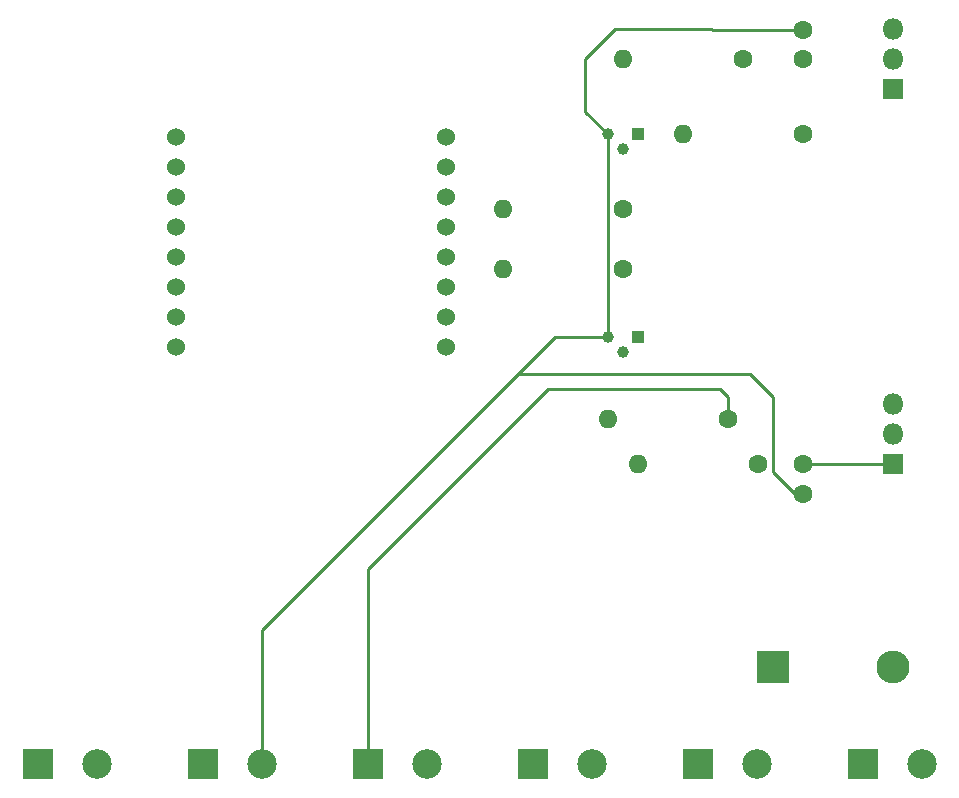
<source format=gbl>
G04 #@! TF.FileFunction,Copper,L2,Bot,Signal*
%FSLAX46Y46*%
G04 Gerber Fmt 4.6, Leading zero omitted, Abs format (unit mm)*
G04 Created by KiCad (PCBNEW 4.0.6) date 08/24/17 20:09:39*
%MOMM*%
%LPD*%
G01*
G04 APERTURE LIST*
%ADD10C,0.100000*%
%ADD11C,1.600000*%
%ADD12R,2.800000X2.800000*%
%ADD13O,2.800000X2.800000*%
%ADD14R,2.500000X2.500000*%
%ADD15C,2.500000*%
%ADD16C,1.000000*%
%ADD17R,1.000000X1.000000*%
%ADD18R,1.800000X1.800000*%
%ADD19O,1.800000X1.800000*%
%ADD20O,1.600000X1.600000*%
%ADD21C,1.524000*%
%ADD22C,0.250000*%
G04 APERTURE END LIST*
D10*
D11*
X152400000Y-97790000D03*
X152400000Y-100290000D03*
X152400000Y-63500000D03*
X152400000Y-61000000D03*
D12*
X149860000Y-114935000D03*
D13*
X160020000Y-114935000D03*
D14*
X87630000Y-123190000D03*
D15*
X92630000Y-123190000D03*
D14*
X101600000Y-123190000D03*
D15*
X106600000Y-123190000D03*
D14*
X115570000Y-123190000D03*
D15*
X120570000Y-123190000D03*
D14*
X129540000Y-123190000D03*
D15*
X134540000Y-123190000D03*
D14*
X143510000Y-123190000D03*
D15*
X148510000Y-123190000D03*
D14*
X157480000Y-123190000D03*
D15*
X162480000Y-123190000D03*
D16*
X137160000Y-88265000D03*
X135890000Y-86995000D03*
D17*
X138430000Y-86995000D03*
D16*
X137160000Y-71120000D03*
X135890000Y-69850000D03*
D17*
X138430000Y-69850000D03*
D18*
X160020000Y-97790000D03*
D19*
X160020000Y-95250000D03*
X160020000Y-92710000D03*
D18*
X160020000Y-66040000D03*
D19*
X160020000Y-63500000D03*
X160020000Y-60960000D03*
D11*
X137160000Y-81280000D03*
D20*
X127000000Y-81280000D03*
D11*
X137160000Y-76200000D03*
D20*
X127000000Y-76200000D03*
D11*
X146050000Y-93980000D03*
D20*
X135890000Y-93980000D03*
D11*
X152400000Y-69850000D03*
D20*
X142240000Y-69850000D03*
D11*
X148590000Y-97790000D03*
D20*
X138430000Y-97790000D03*
D11*
X147320000Y-63500000D03*
D20*
X137160000Y-63500000D03*
D21*
X122195001Y-70125001D03*
X122195001Y-72665001D03*
X122195001Y-75205001D03*
X122195001Y-77745001D03*
X122195001Y-80285001D03*
X122195001Y-82825001D03*
X122195001Y-85365001D03*
X122195001Y-87905001D03*
X99335001Y-70125001D03*
X99335001Y-72665001D03*
X99335001Y-75205001D03*
X99335001Y-77745001D03*
X99335001Y-80285001D03*
X99335001Y-82825001D03*
X99335001Y-85365001D03*
X99335001Y-87905001D03*
X122195001Y-70125001D03*
D22*
X152400000Y-97790000D02*
X160020000Y-97790000D01*
X152400000Y-100290000D02*
X151725000Y-100290000D01*
X151725000Y-100290000D02*
X149860000Y-98425000D01*
X147955000Y-90170000D02*
X128270000Y-90170000D01*
X149860000Y-92075000D02*
X147955000Y-90170000D01*
X149860000Y-98425000D02*
X149860000Y-92075000D01*
X152400000Y-100290000D02*
X152360000Y-100290000D01*
X152400000Y-61000000D02*
X144740000Y-61000000D01*
X133985000Y-67945000D02*
X135890000Y-69850000D01*
X133985000Y-63500000D02*
X133985000Y-67945000D01*
X136525000Y-60960000D02*
X133985000Y-63500000D01*
X144700000Y-60960000D02*
X136525000Y-60960000D01*
X144740000Y-61000000D02*
X144700000Y-60960000D01*
X135890000Y-86995000D02*
X135890000Y-69850000D01*
X135890000Y-86995000D02*
X131445000Y-86995000D01*
X106600000Y-111840000D02*
X106600000Y-123190000D01*
X131445000Y-86995000D02*
X128270000Y-90170000D01*
X128270000Y-90170000D02*
X106600000Y-111840000D01*
X115570000Y-123190000D02*
X115570000Y-106680000D01*
X146050000Y-92075000D02*
X146050000Y-93980000D01*
X145415000Y-91440000D02*
X146050000Y-92075000D01*
X130810000Y-91440000D02*
X145415000Y-91440000D01*
X115570000Y-106680000D02*
X130810000Y-91440000D01*
M02*

</source>
